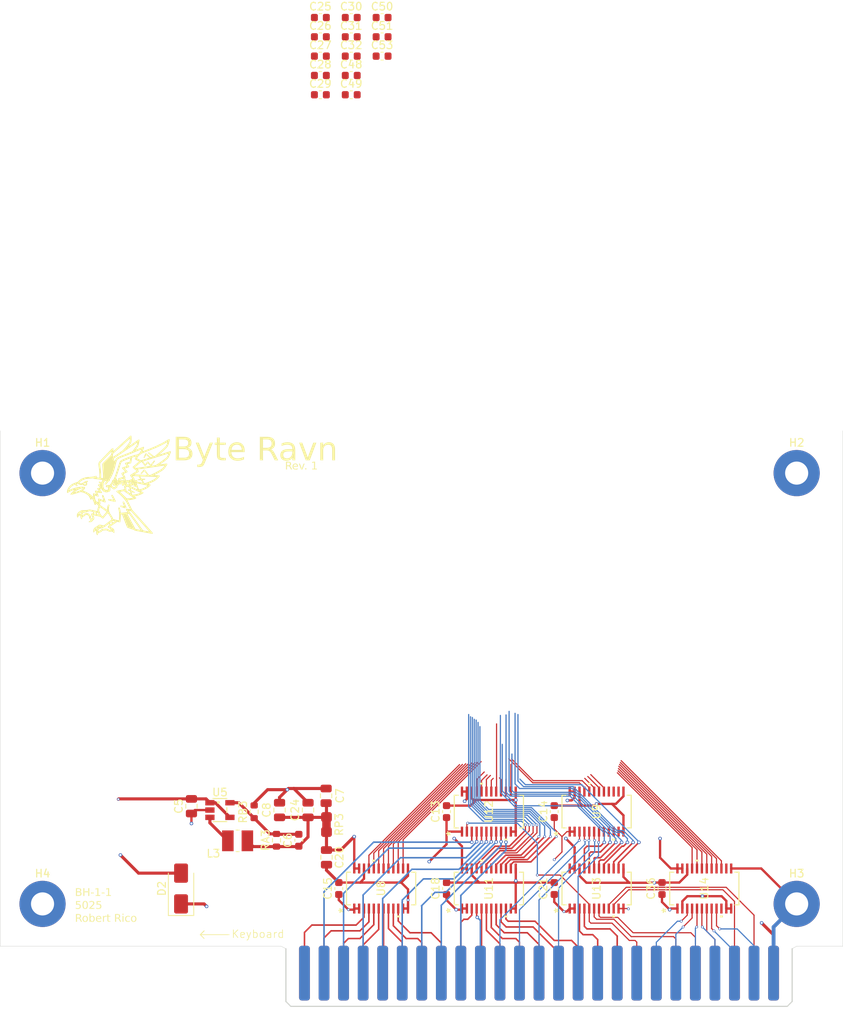
<source format=kicad_pcb>
(kicad_pcb (version 20241229) (generator "pcbnew") (generator_version "9.0")
  (layers (0 "F.Cu" signal) (4 "In1.Cu" signal) (6 "In2.Cu" signal) (2 "B.Cu" signal) (13 "F.Paste" user) (15 "B.Paste" user) (5 "F.SilkS" user "F.Silkscreen") (7 "B.SilkS" user "B.Silkscreen") (1 "F.Mask" user) (3 "B.Mask" user) (25 "Edge.Cuts" user))
  (net 0 "")
  (net 1 "GND")
  (net 2 "CARD5V")
  (net 3 "D2_5V")
  (net 4 "A8_5V")
  (net 5 "A7_5V")
  (net 6 "CARD-12V")
  (net 7 "D0_5V")
  (net 8 "A5_5V")
  (net 9 "~{I{slash}O_STROBE}_5V")
  (net 10 "DMA_OUT_5V")
  (net 12 "~{INH}_5V")
  (net 13 "7M_5V")
  (net 14 "A2_5V")
  (net 15 "A14_5V")
  (net 16 "A10_5V")
  (net 17 "~{RES}_5V")
  (net 18 "D1_5V")
  (net 19 "A4_5V")
  (net 20 "R{slash}~{W}_5V")
  (net 21 "RDY_5V")
  (net 22 "Q3_5V")
  (net 23 "A12_5V")
  (net 24 "A6_5V")
  (net 25 "~{NMI}_5V")
  (net 26 "D7_5V")
  (net 27 "~{I{slash}O_SELECT}_5V")
  (net 28 "CARD12V")
  (net 29 "DMA_IN_5V")
  (net 30 "A13_5V")
  (net 31 "INT_IN_5V")
  (net 32 "PHI0_5V")
  (net 33 "CARD-5V")
  (net 34 "PHI1_5V")
  (net 35 "A1_5V")
  (net 36 "~{DEVICE_SELECT}_5V")
  (net 37 "D5_5V")
  (net 38 "A15_5V")
  (net 39 "A11_5V")
  (net 40 "D6_5V")
  (net 41 "A3_5V")
  (net 42 "D4_5V")
  (net 43 "A9_5V")
  (net 44 "INT_OUT_5V")
  (net 45 "A0_5V")
  (net 47 "D3_5V")
  (net 48 "+5V")
  (net 49 "/power/P3V3")
  (net 50 "/power/FB3")
  (net 51 "+3V3")
  (net 52 "/power/L3")
  (net 53 "D7_3V3")
  (net 54 "~{I{slash}O_STROBE}_3V3")
  (net 55 "A1_3V3")
  (net 56 "~{DEVICE_SELECT}_3V3")
  (net 57 "A15_3V3")
  (net 58 "~{RES}_3V3")
  (net 59 "D5_3V3")
  (net 60 "~{NMI}_3V3")
  (net 61 "D3_3V3")
  (net 62 "A10_3V3")
  (net 63 "INT_IN_3V3")
  (net 64 "A2_3V3")
  (net 65 "A5_3V3")
  (net 66 "DMA_OUT_3V3")
  (net 67 "A0_3V3")
  (net 68 "A13_3V3")
  (net 69 "RDY_3V3")
  (net 70 "PHI1_3V3")
  (net 71 "~{INH}_3V3")
  (net 72 "A14_3V3")
  (net 73 "D1_3V3")
  (net 74 "A4_3V3")
  (net 75 "R{slash}~{W}_3V3")
  (net 76 "D6_3V3")
  (net 77 "PHI0_3V3")
  (net 78 "D4_3V3")
  (net 79 "A3_3V3")
  (net 80 "A9_3V3")
  (net 81 "A6_3V3")
  (net 82 "D2_3V3")
  (net 83 "7M_3V3")
  (net 84 "A11_3V3")
  (net 85 "A12_3V3")
  (net 86 "A8_3V3")
  (net 87 "INT_OUT_3V3")
  (net 88 "~{I{slash}O_SELECT}_3V3")
  (net 89 "Q3_3V3")
  (net 90 "D0_3V3")
  (net 91 "DMA_IN_3V3")
  (net 92 "A7_3V3")
  (net 95 "~{IRQ}_5V")
  (net 96 "~{DMA}_5V")
  (net 97 "~{DMA}_3V3")
  (net 98 "~{IRQ}_3V3")
  (net 99 "µSync_5V")
  (net 100 "µSync_3V3")
  (net 109 "+1V1")
  (net 110 "+2V5")
  (footprint "Capacitor_SMD:C_0603_1608Metric" (layer "F.Cu") (at 209.115 3.29)
    (property "Reference" "C31")
    (property "Value" "22nF")
  )
  (footprint "Resistor_SMD:R_0603_1608Metric" (layer "F.Cu") (at 196.5 104.025 -90)
    (property "Reference" "RB3")
    (property "Value" "3.3k" (hide yes))
  )
  (footprint "MountingHole:MountingHole_3mm_Pad" (layer "F.Cu") (at 267 60)
    (property "Reference" "H2")
    (property "Value" "MountingHole_Pad" (hide yes))
  )
  (footprint "Resistor_SMD:R_0603_1608Metric" (layer "F.Cu") (at 199.4 107.725 90)
    (property "Reference" "RA3")
    (property "Value" "15k" (hide yes))
  )
  (footprint "Capacitor_SMD:C_0603_1608Metric" (layer "F.Cu") (at 209.115 8.31)
    (property "Reference" "C48")
    (property "Value" "22nF")
  )
  (footprint "footprints:DBQ24-L" (layer "F.Cu") (at 241 104 90)
    (property "Reference" "U9")
    (property "Value" "SN74LVC8T245" (hide yes))
  )
  (footprint "Capacitor_SMD:C_0603_1608Metric" (layer "F.Cu") (at 235.5 104 90)
    (property "Reference" "C14")
    (property "Value" "22nF" (hide yes))
  )
  (footprint "PCM_MA_Connector_AppleII:Peripheral_Bus_Edge" (layer "F.Cu") (at 233.52 125)
    (property "Reference" "J3")
    (property "Value" "Bus_Apple_II_Card_Side")
    (fp_line (start -32.893 3.683) (end -32.893 -3.175) (stroke (width 0.15)) (layer "Edge.Cuts"))
    (fp_line (start -32.258 4.318) (end -32.893 3.683) (stroke (width 0.15)) (layer "Edge.Cuts"))
    (fp_line (start 32.258 4.318) (end -32.258 4.318) (stroke (width 0.15)) (layer "Edge.Cuts"))
    (fp_line (start 32.258 4.318) (end 32.893 3.683) (stroke (width 0.15)) (layer "Edge.Cuts"))
    (fp_line (start 32.893 -3.175) (end 32.893 3.683) (stroke (width 0.15)) (layer "Edge.Cuts"))
  )
  (footprint "Capacitor_SMD:C_0603_1608Metric" (layer "F.Cu") (at 235.5 114 90)
    (property "Reference" "C21")
    (property "Value" "22nF" (hide yes))
  )
  (footprint "LOGO" (layer "F.Cu") (at 178.915809 61.665809)
    (property "Reference" "G***")
    (property "Value" "LOGO" (hide yes))
  )
  (footprint "Capacitor_SMD:C_0603_1608Metric" (layer "F.Cu") (at 202.3 107.725 90)
    (property "Reference" "C6")
    (property "Value" "100pF" (hide yes))
  )
  (footprint "footprints:DBQ24-L" (layer "F.Cu") (at 227 104 90)
    (property "Reference" "U12")
    (property "Value" "SN74LVC8T245" (hide yes))
  )
  (footprint "MountingHole:MountingHole_3mm_Pad" (layer "F.Cu") (at 169 60)
    (property "Reference" "H1")
    (property "Value" "MountingHole_Pad" (hide yes))
  )
  (footprint "MountingHole:MountingHole_3mm_Pad" (layer "F.Cu") (at 267 116)
    (property "Reference" "H3")
    (property "Value" "MountingHole_Pad" (hide yes))
  )
  (footprint "Capacitor_SMD:C_0603_1608Metric" (layer "F.Cu") (at 209.115 0.78)
    (property "Reference" "C30")
    (property "Value" "22nF")
  )
  (footprint "Capacitor_SMD:C_0805_2012Metric" (layer "F.Cu") (at 205.9 109.95 -90)
    (property "Reference" "C20")
    (property "Value" "2.2uF" (hide yes))
  )
  (footprint "Capacitor_SMD:C_0805_2012Metric" (layer "F.Cu") (at 199.8 103.8 90)
    (property "Reference" "C8")
    (property "Value" "22uF" (hide yes))
  )
  (footprint "footprints:DBQ24-L" (layer "F.Cu") (at 213 114 90)
    (property "Reference" "U8")
    (property "Value" "SN74LVC8T245" (hide yes))
  )
  (footprint "jumper:R_0805_2012Metric_Pad1.29x1.40mm_HandSolder_Jumper_NC" (layer "F.Cu") (at 205.9 105.6825 -90)
    (property "Reference" "RP3")
    (property "Value" "0" (hide yes))
  )
  (footprint "Capacitor_SMD:C_0603_1608Metric" (layer "F.Cu") (at 205.105 10.82)
    (property "Reference" "C29")
    (property "Value" "22nF")
  )
  (footprint "Capacitor_SMD:C_0603_1608Metric" (layer "F.Cu") (at 205.105 5.8)
    (property "Reference" "C27")
    (property "Value" "22nF")
  )
  (footprint "Capacitor_SMD:C_0603_1608Metric" (layer "F.Cu") (at 221.5 114 90)
    (property "Reference" "C18")
    (property "Value" "22nF" (hide yes))
  )
  (footprint "Capacitor_SMD:C_0603_1608Metric" (layer "F.Cu") (at 205.105 0.78)
    (property "Reference" "C25")
    (property "Value" "22nF")
  )
  (footprint "Capacitor_SMD:C_0603_1608Metric" (layer "F.Cu") (at 213.125 0.78)
    (property "Reference" "C50")
    (property "Value" "22nF")
  )
  (footprint "Capacitor_SMD:C_0805_2012Metric" (layer "F.Cu") (at 203.5 103.8 90)
    (property "Reference" "C24")
    (property "Value" "2.2uF" (hide yes))
  )
  (footprint "Capacitor_SMD:C_0805_2012Metric" (layer "F.Cu") (at 205.85 101.95 90)
    (property "Reference" "C7")
    (property "Value" "22uF" (hide yes))
  )
  (footprint "Capacitor_SMD:C_0805_2012Metric" (layer "F.Cu") (at 188.35 103.3 -90)
    (property "Reference" "C5")
    (property "Value" "22uF" (hide yes))
  )
  (footprint "Capacitor_SMD:C_0603_1608Metric" (layer "F.Cu") (at 221.5 104 90)
    (property "Reference" "C13")
    (property "Value" "22nF" (hide yes))
  )
  (footprint "Capacitor_SMD:C_0603_1608Metric" (layer "F.Cu") (at 209.115 10.82)
    (property "Reference" "C49")
    (property "Value" "22nF")
  )
  (footprint "footprints:DBQ24-L" (layer "F.Cu") (at 255 114 90)
    (property "Reference" "U14")
    (property "Value" "SN74LVC8T245" (hide yes))
  )
  (footprint "Capacitor_SMD:C_0603_1608Metric" (layer "F.Cu") (at 205.105 3.29)
    (property "Reference" "C26")
    (property "Value" "22nF")
  )
  (footprint "MountingHole:MountingHole_3mm_Pad" (layer "F.Cu") (at 169 116)
    (property "Reference" "H4")
    (property "Value" "MountingHole_Pad" (hide yes))
  )
  (footprint "Capacitor_SMD:C_0603_1608Metric" (layer "F.Cu") (at 209.115 5.8)
    (property "Reference" "C32")
    (property "Value" "22nF")
  )
  (footprint "Capacitor_SMD:C_0603_1608Metric" (layer "F.Cu") (at 213.125 3.29)
    (property "Reference" "C51")
    (property "Value" "22nF")
  )
  (footprint "Capacitor_SMD:C_0603_1608Metric" (layer "F.Cu") (at 249.5 114 90)
    (property "Reference" "C36")
    (property "Value" "22nF" (hide yes))
  )
  (footprint "Capacitor_SMD:C_0603_1608Metric" (layer "F.Cu") (at 213.125 5.8)
    (property "Reference" "C53")
    (property "Value" "22nF")
  )
  (footprint "Capacitor_SMD:C_0603_1608Metric" (layer "F.Cu") (at 205.105 8.31)
    (property "Reference" "C28")
    (property "Value" "22nF")
  )
  (footprint "footprints:DBQ24-L" (layer "F.Cu") (at 227 114 90)
    (property "Reference" "U11")
    (property "Value" "SN74LVC8T245" (hide yes))
  )
  (footprint "Capacitor_SMD:C_0603_1608Metric" (layer "F.Cu") (at 207.5 114 90)
    (property "Reference" "C15")
    (property "Value" "22nF" (hide yes))
  )
  (footprint "Diode_SMD:D_SMA" (layer "F.Cu") (at 187 114 90)
    (property "Reference" "D2")
    (property "Value" "STPS2L40AF" (hide yes))
  )
  (footprint "TSOT-25:TSOT-25" (layer "F.Cu") (at 192.05 103.8 -90)
    (property "Reference" "U5")
    (property "Value" "TLV62569DBV" (hide yes))
  )
  (footprint "footprints:DBQ24-L" (layer "F.Cu") (at 241 114 90)
    (property "Reference" "U13")
    (property "Value" "SN74LVC8T245" (hide yes))
  )
  (footprint "L_1008_1210:L_1008_1210" (layer "F.Cu") (at 194.35 107.8)
    (property "Reference" "L3")
    (property "Value" "2.2uH" (hide yes))
  )
  (gr_line (start 193.25 120) (end 189.5 120) (stroke (width 0.1)) (layer "F.SilkS"))
  (gr_line (start 189.5 120) (end 190 120.5) (stroke (width 0.1)) (layer "F.SilkS"))
  (gr_line (start 190 119.5) (end 189.5 120) (stroke (width 0.1)) (layer "F.SilkS"))
  (gr_line (start 189.5 120) (end 190 119.5) (stroke (width 0.1)) (layer "F.SilkS"))
  (gr_line (start 200.627 121.825) (end 200 121.5) (stroke (width 0.05)) (layer "Edge.Cuts"))
  (gr_line (start 266.413 121.825) (end 267 121.5) (stroke (width 0.05)) (layer "Edge.Cuts"))
  (gr_line (start 267 121.5) (end 273 121.5) (stroke (width 0.05)) (layer "Edge.Cuts"))
  (gr_line (start 163.5 121.5) (end 200 121.5) (stroke (width 0.05)) (layer "Edge.Cuts"))
  (gr_line (start 273 54.5) (end 273 121.5) (stroke (width 0.05)) (layer "Edge.Cuts"))
  (gr_line (start 163.496795 121.5) (end 163.496795 54.5) (stroke (width 0.05)) (layer "Edge.Cuts"))
  (gr_text "Keyboard" (at 193.5 120.5 0) (layer "F.SilkS") (effects (font (size 1 1) (thickness 0.1)) (justify left bottom)))
  (gr_text "Byte Ravn" (at 185.9 58.85 0) (layer "F.SilkS") (effects (font (size 3 3) (thickness 0.1)) (justify left bottom)))
  (gr_text "BH-1-1\n5025\nRobert Rico" (at 173.207005 118.5 0) (layer "F.SilkS") (effects (font (size 1 1) (thickness 0.1)) (justify left bottom)))
  (gr_text "Rev. 1" (at 200.5 59.7 0) (layer "F.SilkS") (effects (font (size 1 1) (thickness 0.1)) (justify left bottom)))
  (segment (start 224.7775 101.3965) (end 224.7775 102.2775) (width 0.3) (layer "F.Cu") (net 1))
  (segment (start 224.7775 112.2525) (end 225.75 113.225) (width 0.3) (layer "F.Cu") (net 1))
  (segment (start 244.4925 112.4925) (end 245.25 113.25) (width 0.3) (layer "F.Cu") (net 1))
  (segment (start 205.9 111.625) (end 207.5 113.225) (width 0.4) (layer "F.Cu") (net 1))
  (segment (start 224.7775 102.2775) (end 225 102.5) (width 0.3) (layer "F.Cu") (net 1))
  (segment (start 230.725 113.225) (end 235.5 113.225) (width 0.3) (layer "F.Cu") (net 1))
  (segment (start 252.7775 112.1967) (end 252.7775 111.3965) (width 0.3) (layer "F.Cu") (net 1))
  (segment (start 215.6117 113.225) (end 216.5 114.1133) (width 0.3) (layer "F.Cu") (net 1))
  (segment (start 199.8 102.15) (end 200.8 101.15) (width 0.4) (layer "F.Cu") (net 1))
  (segment (start 248.525 113.225) (end 248.5 113.25) (width 0.3) (layer "F.Cu") (net 1))
  (segment (start 210.7775 112.7225) (end 210.7775 111.3965) (width 0.3) (layer "F.Cu") (net 1))
  (segment (start 221.5 113.225) (end 225.75 113.225) (width 0.3) (layer "F.Cu") (net 1))
  (segment (start 200.8 101.15) (end 198.25 101.15) (width 0.4) (layer "F.Cu") (net 1))
  (segment (start 210.275 113.225) (end 210.7775 112.7225) (width 0.3) (layer "F.Cu") (net 1))
  (segment (start 215.6117 113.225) (end 210.275 113.225) (width 0.3) (layer "F.Cu") (net 1))
  (segment (start 244.4925 111.3965) (end 244.4925 112.4925) (width 0.3) (layer "F.Cu") (net 1))
  (segment (start 244.4925 116.6035) (end 245.096985 116.6035) (width 0.1525) (layer "F.Cu") (net 1))
  (segment (start 188.35 104.25) (end 188.35 105.55) (width 0.3) (layer "F.Cu") (net 1))
  (segment (start 252.7983 115) (end 252.1425 115.6558) (width 0.3) (layer "F.Cu") (net 1))
  (segment (start 238.7775 101.3965) (end 238.7775 102.8025) (width 0.3) (layer "F.Cu") (net 1))
  (segment (start 190.75 103.8) (end 188.8 103.8) (width 0.3) (layer "F.Cu") (net 1))
  (segment (start 249.5 113.225) (end 248.525 113.225) (width 0.3) (layer "F.Cu") (net 1))
  (segment (start 230.4925 106.6035) (end 230.4925 102.5075) (width 0.3) (layer "F.Cu") (net 1))
  (segment (start 224.6457 103.225) (end 225.3782 102.4925) (width 0.3) (layer "F.Cu") (net 1))
  (segment (start 229.8575 106.6035) (end 230.4925 106.6035) (width 0.3) (layer "F.Cu") (net 1))
  (segment (start 245.25 113.25) (end 248.5 113.25) (width 0.3) (layer "F.Cu") (net 1))
  (segment (start 257.8575 115.6075) (end 257.25 115) (width 0.3) (layer "F.Cu") (net 1))
  (segment (start 262.3965 111.3965) (end 267 116) (width 0.3) (layer "F.Cu") (net 1))
  (segment (start 244.4925 102.0075) (end 243.5 103) (width 0.3) (layer "F.Cu") (net 1))
  (segment (start 243 103) (end 241 103) (width 0.3) (layer "F.Cu") (net 1))
  (segment (start 238.7775 102.8025) (end 239.2 103.225) (width 0.3) (layer "F.Cu") (net 1))
  (segment (start 203.5 102.85) (end 201.65 101) (width 0.4) (layer "F.Cu") (net 1))
  (segment (start 238.7775 101.3965) (end 238.7775 101.8918) (width 0.2) (layer "F.Cu") (net 1))
  (segment (start 230.4925 102.4925) (end 230.5 102.5) (width 0.2) (layer "F.Cu") (net 1))
  (segment (start 205.9 110.9) (end 205.9 111.625) (width 0.4) (layer "F.Cu") (net 1))
  (segment (start 243.8575 106.6035) (end 244.4925 106.6035) (width 0.2) (layer "F.Cu") (net 1))
  (segment (start 249.5 113.225) (end 251.7492 113.225) (width 0.3) (layer "F.Cu") (net 1))
  (segment (start 221.5 103.225) (end 224.6457 103.225) (width 0.3) (layer "F.Cu") (net 1))
  (segment (start 230.4925 113.0075) (end 230.5 113) (width 0.3) (layer "F.Cu") (net 1))
  (segment (start 239.2 103.225) (end 240.775 103.225) (width 0.3) (layer "F.Cu") (net 1))
  (segment (start 257.25 115) (end 254.75 115) (width 0.3) (layer "F.Cu") (net 1))
  (segment (start 244.4925 104.4925) (end 243 103) (width 0.3) (layer "F.Cu") (net 1))
  (segment (start 196.5 102.9) (end 196.5 103.2) (width 0.4) (layer "F.Cu") (net 1))
  (segment (start 238.7775 111.3965) (end 238.7775 112.3442) (width 0.3) (layer "F.Cu") (net 1))
  (segment (start 225.0075 102.4925) (end 225.3782 102.4925) (width 0.3) (layer "F.Cu") (net 1))
  (segment (start 230.4925 102.5075) (end 230.5 102.5) (width 0.2) (layer "F.Cu") (net 1))
  (segment (start 257.8575 116.6035) (end 257.8575 115.6075) (width 0.3) (layer "F.Cu") (net 1))
  (segment (start 243.5 103) (end 243 103) (width 0.3) (layer "F.Cu") (net 1))
  (segment (start 215.8575 116.6035) (end 216.4925 116.6035) (width 0.3) (layer "F.Cu") (net 1))
  (segment (start 216.5 114.1133) (end 216.5 115.5) (width 0.3) (layer "F.Cu") (net 1))
  (segment (start 244.4925 101.3965) (end 244.4925 102.0075) (width 0.2) (layer "F.Cu") (net 1))
  (segment (start 240.775 103.225) (end 241 103) (width 0.3) (layer "F.Cu") (net 1))
  (segment (start 200.95 101) (end 200.8 101.15) (width 0.4) (layer "F.Cu") (net 1))
  (segment (start 238.7775 112.3442) (end 239.6833 113.25) (width 0.3) (layer "F.Cu") (net 1))
  (segment (start 235.5 103.225) (end 239.2 103.225) (width 0.3) (layer "F.Cu") (net 1))
  (segment (start 243.8575 116.6035) (end 244.4925 116.6035) (width 0.2) (layer "F.Cu") (net 1))
  (segment (start 198.25 101.15) (end 196.5 102.9) (width 0.4) (layer "F.Cu") (net 1))
  (segment (start 230.4925 116.6035) (end 230.4925 113.0075) (width 0.3) (layer "F.Cu") (net 1))
  (segment (start 199.8 102.85) (end 199.8 102.15) (width 0.4) (layer "F.Cu") (net 1))
  (segment (start 230.5 113) (end 230.725 113.225) (width 0.3) (layer "F.Cu") (net 1))
  (segment (start 229.8575 116.6035) (end 230.4925 116.6035) (width 0.3) (layer "F.Cu") (net 1))
  (segment (start 225.3782 102.4925) (end 230.4925 102.4925) (width 0.3) (layer "F.Cu") (net 1))
  (segment (start 244.4925 106.6035) (end 244.4925 104.4925) (width 0.3) (layer "F.Cu") (net 1))
  (segment (start 252.1425 115.6558) (end 252.1425 116.6035) (width 0.3) (layer "F.Cu") (net 1))
  (segment (start 207.5 113.225) (end 210.275 113.225) (width 0.3) (layer "F.Cu") (net 1))
  (segment (start 224.7775 101.3965) (end 224.7775 101.8918) (width 0.2) (layer "F.Cu") (net 1))
  (segment (start 216.5 116.596) (end 216.4925 116.6035) (width 0.3) (layer "F.Cu") (net 1))
  (segment (start 251.7492 113.225) (end 252.7775 112.1967) (width 0.3) (layer "F.Cu") (net 1))
  (segment (start 239.6833 113.25) (end 245.25 113.25) (width 0.3) (layer "F.Cu") (net 1))
  (segment (start 225 102.5) (end 225.0075 102.4925) (width 0.3) (layer "F.Cu") (net 1))
  (segment (start 258.4925 116.6035) (end 257.8575 116.6035) (width 0.3) (layer "F.Cu") (net 1))
  (segment (start 254.75 115) (end 252.7983 115) (width 0.3) (layer "F.Cu") (net 1))
  (segment (start 188.8 103.8) (end 188.35 104.25) (width 0.3) (layer "F.Cu") (net 1))
  (segment (start 201.65 101) (end 200.95 101) (width 0.4) (layer "F.Cu") (net 1))
  (segment (start 230.5 113) (end 230.5 111.404) (width 0.3) (layer "F.Cu") (net 1))
  (segment (start 216.5 115.5) (end 216.5 116.596) (width 0.3) (layer "F.Cu") (net 1))
  (segment (start 245.096985 116.6035) (end 245.137002 116.643517) (width 0.1525) (layer "F.Cu") (net 1))
  (segment (start 230.5 111.404) (end 230.4925 111.3965) (width 0.3) (layer "F.Cu") (net 1))
  (segment (start 224.7775 111.3965) (end 224.7775 112.2525) (width 0.3) (layer "F.Cu") (net 1))
  (segment (start 230.275 113.225) (end 230.5 113) (width 0.3) (layer "F.Cu") (net 1))
  (segment (start 205.85 101) (end 201.65 101) (width 0.4) (layer "F.Cu") (net 1))
  (segment (start 216.4925 111.3965) (end 216.4925 112.3442) (width 0.3) (layer "F.Cu") (net 1))
  (segment (start 230.4925 101.3965) (end 230.4925 102.4925) (width 0.3) (layer "F.Cu") (net 1))
  (segment (start 216.4925 112.3442) (end 215.6117 113.225) (width 0.3) (layer "F.Cu") (net 1))
  (segment (start 258.4925 111.3965) (end 262.3965 111.3965) (width 0.3) (layer "F.Cu") (net 1))
  (segment (start 225.75 113.225) (end 230.275 113.225) (width 0.3) (layer "F.Cu") (net 1))
  (via (at 188.35 105.55) (size 0.454) (drill 0.254) (layers "F.Cu" "B.Cu") (net 1))
  (via (at 216.5 115.5) (size 0.35) (drill 0.2) (layers "F.Cu" "B.Cu") (net 1))
  (via (at 200.8 101.15) (size 0.454) (drill 0.254) (layers "F.Cu" "B.Cu") (net 1))
  (via (at 230.5 113) (size 0.454) (drill 0.254) (layers "F.Cu" "B.Cu") (net 1))
  (via (at 254.75 115) (size 0.454) (drill 0.254) (layers "F.Cu" "B.Cu") (net 1))
  (via (at 230.5 102.5) (size 0.454) (drill 0.254) (layers "F.Cu" "B.Cu") (net 1))
  (via (at 248.5 113.25) (size 0.454) (drill 0.254) (layers "F.Cu" "B.Cu") (net 1))
  (via (at 245.137002 116.643517) (size 0.35) (drill 0.2) (layers "F.Cu" "B.Cu") (net 1))
  (via (at 241 103) (size 0.454) (drill 0.254) (layers "F.Cu" "B.Cu") (net 1))
  (segment (start 264 119) (end 267 116) (width 0.5) (layer "B.Cu") (net 1))
  (segment (start 264 125) (end 264 119) (width 0.5) (layer "B.Cu") (net 1))
  (segment (start 264 125) (end 264 120.026266) (width 0.4) (layer "F.Cu") (net 2))
  (segment (start 207.5 115.5) (end 208.75 116.75) (width 0.3) (layer "F.Cu") (net 2))
  (segment (start 235.5 106.25) (end 235.5 104.775) (width 0.1525) (layer "F.Cu") (net 2))
  (segment (start 209.361 116.75) (end 209.5075 116.6035) (width 0.2) (layer "F.Cu") (net 2))
  (segment (start 238.1425 106.6035) (end 237.5075 106.6035) (width 0.3) (layer "F.Cu") (net 2))
  (segment (start 221.5 114.775) (end 221.5 115.5) (width 0.3) (layer "F.Cu") (net 2))
  (segment (start 249.5 114.775) (end 249.5 115.75) (width 0.3) (layer "F.Cu") (net 2))
  (segment (start 222.75 116.75) (end 223.361 116.75) (width 0.3) (layer "F.Cu") (net 2))
  (segment (start 221.6465 106.6035) (end 221.5 106.75) (width 0.3) (layer "F.Cu") (net 2))
  (segment (start 224.1425 116.6035) (end 223.5075 116.6035) (width 0.3) (layer "F.Cu") (net 2))
  (segment (start 207.5 114.775) (end 207.5 115.5) (width 0.3) (layer "F.Cu") (net 2))
  (segment (start 235.5 114.775) (end 235.5 115.75) (width 0.3) (layer "F.Cu") (net 2))
  (segment (start 237.111 117) (end 237.5075 116.6035) (width 0.3) (layer "F.Cu") (net 2))
  (segment (start 223.361 116.75) (end 223.5075 116.6035) (width 0.3) (layer "F.Cu") (net 2))
  (segment (start 235.5 115.75) (end 236.75 117) (width 0.3) (layer "F.Cu") (net 2))
  (segment (start 221.5 115.5) (end 222.75 116.75) (width 0.3) (layer "F.Cu") (net 2))
  (segment (start 251.5075 116.6035) (end 250.6465 116.6035) (width 0.3) (layer "F.Cu") (net 2))
  (segment (start 236.75 117) (end 237.111 117) (width 0.3) (layer "F.Cu") (net 2))
  (segment (start 237.1465 106.6035) (end 236.5 107.25) (width 0.1525) (layer "F.Cu") (net 2))
  (segment (start 221.5 108.25) (end 219.25 110.5) (width 0.3) (layer "F.Cu") (net 2))
  (segment (start 223.5075 106.6035) (end 221.6465 106.6035) (width 0.3) (layer "F.Cu") (net 2))
  (segment (start 221.5 104.775) (end 221.5 106.75) (width 0.3) (layer "F.Cu") (net 2))
  (segment (start 250.6465 116.6035) (end 250.5 116.75) (width 0.3) (layer "F.Cu") (net 2))
  (segment (start 187 116) (end 189.992708 116) (width 0.4) (layer "F.Cu") (net 2))
  (segment (start 208.75 116.75) (end 209.361 116.75) (width 0.3) (layer "F.Cu") (net 2))
  (segment (start 236.5 107.25) (end 235.5 106.25) (width 0.1525) (layer "F.Cu") (net 2))
  (segment (start 237.5075 106.6035) (end 237.1465 106.6035) (width 0.1525) (layer "F.Cu") (net 2))
  (segment (start 189.992708 116) (end 190.318852 116.326144) (width 0.4) (layer "F.Cu") (net 2))
  (segment (start 238.1425 116.6035) (end 237.5075 116.6035) (width 0.3) (layer "F.Cu") (net 2))
  (segment (start 264 120.026266) (end 262.444377 118.470643) (width 0.4) (layer "F.Cu") (net 2))
  (segment (start 249.5 115.75) (end 250.5 116.75) (width 0.3) (layer "F.Cu") (net 2))
  (segment (start 221.5 106.75) (end 221.5 108.25) (width 0.3) (layer "F.Cu") (net 2))
  (segment (start 209.5075 116.6035) (end 210.1425 116.6035) (width 0.3) (layer "F.Cu") (net 2))
  (segment (start 236.5 109.25) (end 235.5 110.25) (width 0.1525) (layer "F.Cu") (net 2))
  (segment (start 236.5 107.25) (end 236.5 109.25) (width 0.1525) (layer "F.Cu") (net 2))
  (via (at 208.75 116.75) (size 0.35) (drill 0.2) (layers "F.Cu" "B.Cu") (net 2))
  (via (at 222.75 116.75) (size 0.454) (drill 0.254) (layers "F.Cu" "B.Cu") (net 2))
  (via (at 235.5 110.25) (size 0.35) (drill 0.2) (layers "F.Cu" "B.Cu") (net 2))
  (via (at 262.444377 118.470643) (size 0.454) (drill 0.254) (layers "F.Cu" "B.Cu") (net 2))
  (via (at 236.75 117) (size 0.35) (drill 0.2) (layers "F.Cu" "B.Cu") (net 2))
  (via (at 190.318852 116.326144) (size 0.454) (drill 0.254) (layers "F.Cu" "B.Cu") (net 2))
  (via (at 219.25 110.5) (size 0.454) (drill 0.254) (layers "F.Cu" "B.Cu") (net 2))
  (via (at 250.5 116.75) (size 0.454) (drill 0.254) (layers "F.Cu" "B.Cu") (net 2))
  (segment (start 226.0475 106.6035) (end 226.0475 107.9525) (width 0.2) (layer "F.Cu") (net 3))
  (via (at 226.0475 107.9525) (size 0.454) (drill 0.254) (layers "F.Cu" "B.Cu") (net 3))
  (segment (start 210.66 125) (end 210.66 114.84) (width 0.2) (layer "B.Cu") (net 3))
  (segment (start 224 110) (end 226.0475 107.9525) (width 0.2) (layer "B.Cu") (net 3))
  (segment (start 215.5 110) (end 224 110) (width 0.2) (layer "B.Cu") (net 3))
  (segment (start 210.66 114.84) (end 215.5 110) (width 0.2) (layer "B.Cu") (net 3))
  (segment (start 226.0475 116.6035) (end 226.0475 124.8525) (width 0.2) (layer "F.Cu") (net 4))
  (segment (start 226.0475 124.8525) (end 225.9 125) (width 0.2) (layer "F.Cu") (net 4))
  (segment (start 223.36 118.39) (end 223.36 125) (width 0.2) (layer "F.Cu") (net 5))
  (segment (start 224.7775 116.6035) (end 224.7775 117.4725) (width 0.2) (layer "F.Cu") (net 5))
  (segment (start 224.7775 117.4725) (end 224.25 118) (width 0.2) (layer "F.Cu") (net 5))
  (segment (start 224.25 118) (end 223.75 118) (width 0.2) (layer "F.Cu") (net 5))
  (segment (start 223.75 118) (end 223.36 118.39) (width 0.2) (layer "F.Cu") (net 5))
  (segment (start 224.7775 106.6035) (end 224.7775 107.9725) (width 0.2) (layer "F.Cu") (net 7))
  (via (at 224.7775 107.9725) (size 0.454) (drill 0.254) (layers "F.Cu" "B.Cu") (net 7))
  (segment (start 212.0275 107.9725) (end 205.58 114.42) (width 0.2) (layer "B.Cu") (net 7))
  (segment (start 224.7775 107.9725) (end 212.0275 107.9725) (width 0.2) (layer "B.Cu") (net 7))
  (segment (start 205.58 114.42) (end 205.58 125) (width 0.2) (layer "B.Cu") (net 7))
  (segment (start 216.25 120.5) (end 217.75 120.5) (width 0.2) (layer "F.Cu") (net 8))
  (segment (start 214.5875 118.8375) (end 216.25 120.5) (width 0.2) (layer "F.Cu") (net 8))
  (segment (start 218.28 121.03) (end 218.28 125) (width 0.2) (layer "F.Cu") (net 8))
  (segment (start 217.75 120.5) (end 218.28 121.03) (width 0.2) (layer "F.Cu") (net 8))
  (segment (start 214.5875 116.6035) (end 214.5875 118.8375) (width 0.2) (layer "F.Cu") (net 8))
  (segment (start 243.25 118) (end 245.5 120.25) (width 0.1525) (layer "F.Cu") (net 9))
  (segment (start 245.5 120.25) (end 251 120.25) (width 0.1525) (layer "F.Cu") (net 9))
  (segment (start 240.6825 116.6035) (end 240.6825 117.6825) (width 0.1525) (layer "F.Cu") (net 9))
  (segment (start 241 118) (end 243.25 118) (width 0.1525) (layer "F.Cu") (net 9))
  (segment (start 251.3 120.55) (end 251.3 125) (width 0.1525) (layer "F.Cu") (net 9))
  (segment (start 251 120.25) (end 251.3 120.55) (width 0.1525) (layer "F.Cu") (net 9))
  (segment (start 240.6825 117.6825) (end 241 118) (width 0.1525) (layer "F.Cu") (net 9))
  (segment (start 242.5875 116.1039) (end 244.84915 113.84225) (width 0.1525) (layer "F.Cu") (net 10))
  (segment (start 257.84225 113.84225) (end 260 116) (width 0.1525) (layer "F.Cu") (net 10))
  (segment (start 261.46 117.46) (end 260 116) (width 0.1525) (layer "F.Cu") (net 10))
  (segment (start 244.84915 113.84225) (end 257.84225 113.84225) (width 0.1525) (layer "F.Cu") (net 10))
  (segment (start 242.5875 116.6035) (end 242.5875 116.1039) (width 0.1525) (layer "F.Cu") (net 10))
  (segment (start 261.46 125) (end 261.46 117.46) (width 0.1525) (layer "F.Cu") (net 10))
  (segment (start 252.7775 116.6035) (end 252.7775 117.4725) (width 0.1525) (layer "F.Cu") (net 12))
  (segment (start 252.7775 117.4725) (end 252 118.25) (width 0.1525) (layer "F.Cu") (net 12))
  (via (at 252 118.25) (size 0.35) (drill 0.2) (layers "F.Cu" "B.Cu") (net 12))
  (segment (start 250.25 119.5) (end 251.5 118.25) (width 0.1525) (layer "B.Cu") (net 12))
  (segment (start 251.5 118.25) (end 252 118.25) (width 0.1525) (layer "B.Cu") (net 12))
  (segment (start 248.76 120.99) (end 250.25 119.5) (width 0.1525) (layer "B.Cu") (net 12))
  (segment (start 248.76 125) (end 248.76 120.99) (width 0.1525) (layer "B.Cu") (net 12))
  (segment (start 241.3175 106.6035) (end 241.3175 107.9325) (width 0.1525) (layer "F.Cu") (net 13))
  (segment (start 241.3175 107.9325) (end 241.25 108) (width 0.1525) (layer "F.Cu") (net 13))
  (via (at 241.25 108) (size 0.35) (drill 0.2) (layers "F.Cu" "B.Cu") (net 13))
  (segment (start 239 112) (end 241.25 109.75) (width 0.1525) (layer "B.Cu") (net 13))
  (segment (start 241.25 109.75) (end 241.25 108) (width 0.1525) (layer "B.Cu") (net 13))
  (segment (start 238.6 125) (end 238.6 112.4) (width 0.1525) (layer "B.Cu") (net 13))
  (segment (start 238.6 112.4) (end 239 112) (width 0.1525) (layer "B.Cu") (net 13))
  (segment (start 212.6825 119.3175) (end 210.66 121.34) (width 0.2) (layer "F.Cu") (net 14))
  (segment (start 212.6825 116.6035) (end 212.6825 119.3175) (width 0.2) (layer "F.Cu") (net 14))
  (segment (start 210.66 121.34) (end 210.66 125) (width 0.2) (layer "F.Cu") (net 14))
  (segment (start 238.7775 119.5275) (end 239.25 120) (width 0.2) (layer "F.Cu") (net 15))
  (segment (start 240.5 120) (end 241.14 120.64) (width 0.2) (layer "F.Cu") (net 15))
  (segment (start 239.25 120) (end 240.5 120) (width 0.2) (layer "F.Cu") (net 15))
  (segment (start 241.14 120.64) (end 241.14 125) (width 0.2) (layer "F.Cu") (net 15))
  (segment (start 238.7775 116.6035) (end 238.7775 119.5275) (width 0.2) (layer "F.Cu") (net 15))
  (segment (start 227.3175 119.0675) (end 228.75 120.5) (width 0.2) (layer "F.Cu") (net 16))
  (segment (start 228.75 120.5) (end 230.5 120.5) (width 0.2) (layer "F.Cu") (net 16))
  (segment (start 230.98 120.98) (end 230.98 125) (width 0.2) (layer "F.Cu") (net 16))
  (segment (start 227.3175 116.6035) (end 227.3175 119.0675) (width 0.2) (layer "F.Cu") (net 16))
  (segment (start 230.5 120.5) (end 230.98 120.98) (width 0.2) (layer "F.Cu") (net 16))
  (segment (start 253.4125 116.6035) (end 253.4125 117.8375) (width 0.1525) (layer "F.Cu") (net 17))
  (segment (start 253.4125 117.8375) (end 252.25 119) (width 0.1525) (layer "F.Cu") (net 17))
  (via (at 252.25 119) (size 0.35) (drill 0.2) (layers "F.Cu" "B.Cu") (net 17))
  (segment (start 251.3 125) (end 251.3 119.95) (width 0.1525) (layer "B.Cu") (net 17))
  (segment (start 251.3 119.95) (end 252.25 119) (width 0.1525) (layer "B.Cu") (net 17))
  (segment (start 225.4125 106.6035) (end 225.4125 107.9125) (width 0.2) (layer "F.Cu") (net 18))
  (via (at 225.4125 107.9125) (size 0.454) (drill 0.254) (layers "F.Cu" "B.Cu") (net 18))
  (segment (start 224.605284 108.75) (end 225.4125 107.942784) (width 0.2) (layer "B.Cu") (net 18))
  (segment (start 214 108.75) (end 224.605284 108.75) (width 0.2) (layer "B.Cu") (net 18))
  (segment (start 225.4125 107.942784) (end 225.4125 107.9125) (width 0.2) (layer "B.Cu") (net 18))
  (segment (start 208.12 125) (end 208.12 114.63) (width 0.2) (layer "B.Cu") (net 18))
  (segment (start 208.12 114.63) (end 214 108.75) (width 0.2) (layer "B.Cu") (net 18))
  (segment (start 213.9525 119.2025) (end 215.74 120.99) (width 0.2) (layer "F.Cu") (net 19))
  (segment (start 213.9525 116.6035) (end 213.9525 119.2025) (width 0.2) (layer "F.Cu") (net 19))
  (segment (start 215.74 120.99) (end 215.74 125) (width 0.2) (layer "F.Cu") (net 19))
  (segment (start 240.0475 116.0475) (end 236.25 112.25) (width 0.1525) (layer "F.Cu") (net 20))
  (segment (start 246 120.75) (end 246.22 120.97) (width 0.1525) (layer "F.Cu") (net 20))
  (segment (start 246.22 120.97) (end 246.22 125) (width 0.1525) (layer "F.Cu") (net 20))
  (segment (start 240.0475 116.6035) (end 240.0475 118.2975) (width 0.1525) (layer "F.Cu") (net 20))
  (segment (start 240.0475 116.6035) (end 240.0475 116.0475) (width 0.1525) (layer "F.Cu") (net 20))
  (segment (start 245.25 120.75) (end 246 120.75) (width 0.1525) (layer "F.Cu") (net 20))
  (segment (start 233.75 112.25) (end 233.3 112.25) (width 0.153) (layer "F.Cu") (net 20))
  (segment (start 224.1425 106.6035) (end 224.1425 105.6075) (width 0.1525) (layer "F.Cu") (net 20))
  (segment (start 243 118.5) (end 245.25 120.75) (width 0.1525) (layer "F.Cu") (net 20))
  (segment (start 236.25 112.25) (end 233.75 112.25) (width 0.1525) (layer "F.Cu") (net 20))
  (segment (start 240.0475 118.2975) (end 240.25 118.5) (width 0.1525) (layer "F.Cu") (net 20))
  (segment (start 240.25 118.5) (end 243 118.5) (width 0.1525) (layer "F.Cu") (net 20))
  (segment (start 224.1425 105.6075) (end 224.25 105.5) (width 0.1525) (layer "F.Cu") (net 20))
  (via (at 224.25 105.5) (size 0.35) (drill 0.2) (layers "F.Cu" "B.Cu") (net 20))
  (via (at 233.3 112.25) (size 0.35) (drill 0.2) (layers "F.Cu" "B.Cu") (net 20))
  (segment (start 233.3 112.25) (end 233.3 108.1) (width 0.153) (layer "B.Cu") (net 20))
  (segment (start 224.25 105.5) (end 230.7 105.5) (width 0.153) (layer "B.Cu") (net 20))
  (segment (start 233 107.8) (end 233.3 108.1) (width 0.153) (layer "B.Cu") (net 20))
  (segment (start 233 107.8) (end 230.7 105.5) (width 0.1525) (layer "B.Cu") (net 20))
  (segment (start 241.3175 116.6035) (end 241.3175 117.5675) (width 0.1525) (layer "F.Cu") (net 21))
  (segment (start 243.75 117.75) (end 245.75 119.75) (width 0.1525) (layer "F.Cu") (net 21))
  (segment (start 253.84 120.34) (end 253.84 125) (width 0.1525) (layer "F.Cu") (net 21))
  (segment (start 241.5 117.75) (end 243.75 117.75) (width 0.1525) (layer "F.Cu") (net 21))
  (segment (start 253.25 119.75) (end 253.84 120.34) (width 0.1525) (layer "F.Cu") (net 21))
  (segment (start 245.75 119.75) (end 253.25 119.75) (width 0.1525) (layer "F.Cu") (net 21))
  (segment (start 241.3175 117.5675) (end 241.5 117.75) (width 0.1525) (layer "F.Cu") (net 21))
  (segment (start 240.6825 107.6825) (end 240.75 107.75) (width 0.1525) (layer "F.Cu") (net 22))
  (segment (start 240.6825 106.6035) (end 240.6825 107.6825) (width 0.1525) (layer "F.Cu") (net 22))
  (via (at 240.75 107.75) (size 0.35) (drill 0.2) (layers "F.Cu" "B.Cu") (net 22))
  (segment (start 236.06 113.94) (end 236.75 113.25) (width 0.1525) (layer "B.Cu") (net 22))
  (segment (start 236.75 113.25) (end 240.75 109.25) (width 0.1525) (layer "B.Cu") (net 22))
  (segment (start 236.06 125) (end 236.06 113.94) (width 0.1525) (layer "B.Cu") (net 22))
  (segment (start 240.75 109.25) (end 240.75 107.75) (width 0.1525) (layer "B.Cu") (net 22))
  (segment (start 229.25 119) (end 232.75 119) (width 0.2) (layer "F.Cu") (net 23))
  (segment (start 232.75 119) (end 236.06 122.31) (width 0.2) (layer "F.Cu") (net 23))
  (segment (start 228.5875 116.6035) (end 228.5875 118.3375) (width 0.2) (layer "F.Cu") (net 23))
  (segment (start 228.5875 118.3375) (end 229.25 119) (width 0.2) (layer "F.Cu") (net 23))
  (segment (start 236.06 122.31) (end 236.06 125) (width 0.2) (layer "F.Cu") (net 23))
  (segment (start 215.2225 116.6035) (end 215.2225 118.2225) (width 0.2) (layer "F.Cu") (net 24))
  (segment (start 220.82 121.07) (end 220.82 125) (width 0.2) (layer "F.Cu") (net 24))
  (segment (start 215.2225 118.2225) (end 216.75 119.75) (width 0.2) (layer "F.Cu") (net 24))
  (segment (start 216.75 119.75) (end 219.5 119.75) (width 0.2) (layer "F.Cu") (net 24))
  (segment (start 219.5 119.75) (end 220.82 121.07) (width 0.2) (layer "F.Cu") (net 24))
  (segment (start 254.6825 118.9325) (end 254.75 119) (width 0.1525) (layer "F.Cu") (net 25))
  (segment (start 254.6825 116.6035) (end 254.6825 118.9325) (width 0.1525) (layer "F.Cu") (net 25))
  (via (at 254.75 119) (size 0.35) (drill 0.2) (layers "F.Cu" "B.Cu") (net 25))
  (segment (start 256.38 120.63) (end 254.75 119) (width 0.1525) (layer "B.Cu") (net 25))
  (segment (start 256.38 125) (end 256.38 120.63) (width 0.1525) (layer "B.Cu") (net 25))
  (segment (start 229.2225 106.6035) (end 229.2225 107.9725) (width 0.2) (layer "F.Cu") (net 26))
  (via (at 229.2225 107.9725) (size 0.454) (drill 0.254) (layers "F.Cu" "B.Cu") (net 26))
  (segment (start 229.2225 109.0275) (end 223.36 114.89) (width 0.2) (layer "B.Cu") (net 26))
  (segment (start 229.2225 107.9725) (end 229.2225 109.0275) (width 0.2) (layer "B.Cu") (net 26))
  (segment (start 223.36 114.89) (end 223.36 125) (width 0.2) (layer "B.Cu") (net 26))
  (segment (start 203.04 119.71) (end 203.04 125) (width 0.2) (layer "F.Cu") (net 27))
  (segment (start 204 118.75) (end 203.04 119.71) (width 0.2) (layer "F.Cu") (net 27))
  (segment (start 210.7775 116.6035) (end 210.7775 117.7225) (width 0.2) (layer "F.Cu") (net 27))
  (segment (start 209.75 118.75) (end 204 118.75) (width 0.2) (layer "F.Cu") (net 27))
  (segment (start 210.7775 117.7225) (end 209.75 118.75) (width 0.2) (layer "F.Cu") (net 27))
  (segment (start 256.5875 118.8375) (end 257 119.25) (width 0.1525) (layer "F.Cu") (net 29))
  (segment (start 256.5875 116.6035) (end 256.5875 118.8375) (width 0.1525) (layer "F.Cu") (net 29))
  (via (at 257 119.25) (size 0.35) (drill 0.2) (layers "F.Cu" "B.Cu") (net 29))
  (segment (start 261.46 121.444001) (end 259.265999 119.25) (width 0.1525) (layer "B.Cu") (net 29))
  (segment (start 261.46 125) (end 261.46 121.444001) (width 0.1525) (layer "B.Cu") (net 29))
  (segment (start 259.265999 119.25) (end 257 119.25) (width 0.1525) (layer "B.Cu") (net 29))
  (segment (start 229.2225 117.9725) (end 229.5 118.25) (width 0.2) (layer "F.Cu") (net 30))
  (segment (start 237.75 120.75) (end 238.6 121.6) (width 0.2) (layer "F.Cu") (net 30))
  (segment (start 229.2225 116.6035) (end 229.2225 117.9725) (width 0.2) (layer "F.Cu") (net 30))
  (segment (start 238.6 121.6) (end 238.6 125) (width 0.2) (layer "F.Cu") (net 30))
  (segment (start 229.5 118.25) (end 233 118.25) (width 0.2) (layer "F.Cu") (net 30))
  (segment (start 235.5 120.75) (end 237.75 120.75) (width 0.2) (layer "F.Cu") (net 30))
  (segment (start 233 118.25) (end 235.5 120.75) (width 0.2) (layer "F.Cu") (net 30))
  (segment (start 255.9525 119.2025) (end 256.25 119.5) (width 0.1525) (layer "F.Cu") (net 31))
  (segment (start 255.9525 116.6035) (end 255.9525 119.2025) (width 0.1525) (layer "F.Cu") (net 31))
  (via (at 256.25 119.5) (size 0.35) (drill 0.2) (layers "F.Cu" "B.Cu") (net 31))
  (segment (start 258.92 122.17) (end 256.25 119.5) (width 0.1525) (layer "B.Cu") (net 31))
  (segment (start 258.92 125) (end 258.92 122.17) (width 0.1525) (layer "B.Cu") (net 31))
  (segment (start 238.7775 107.7225) (end 238.75 107.75) (width 0.1525) (layer "F.Cu") (net 32))
  (segment (start 238.7775 106.6035) (end 238.7775 107.7225) (width 0.1525) (layer "F.Cu") (net 32))
  (via (at 238.75 107.75) (size 0.35) (drill 0.2) (layers "F.Cu" "B.Cu") (net 32))
  (segment (start 228.44 125) (end 228.44 118.06) (width 0.1525) (layer "B.Cu") (net 32))
  (segment (start 228.44 118.06) (end 238.75 107.75) (width 0.1525) (layer "B.Cu") (net 32))
  (segment (start 240.0475 106.6035) (end 240.0475 107.7025) (width 0.1525) (layer "F.Cu") (net 34))
  (segment (start 240.0475 107.7025) (end 240 107.75) (width 0.1525) (layer "F.Cu") (net 34))
  (via (at 240 107.75) (size 0.35) (drill 0.2) (layers "F.Cu" "B.Cu") (net 34))
  (segment (start 233.52 125) (end 233.52 115.48) (width 0.1525) (layer "B.Cu") (net 34))
  (segment (start 240 109) (end 240 107.75) (width 0.1525) (layer "B.Cu") (net 34))
  (segment (start 234.5 114.5) (end 240 109) (width 0.1525) (layer "B.Cu") (net 34))
  (segment (start 233.52 115.48) (end 234.5 114.5) (width 0.1525) (layer "B.Cu") (net 34))
  (segment (start 212.0475 116.6035) (end 212.0475 118.7025) (width 0.2) (layer "F.Cu") (net 35))
  (segment (start 208.12 121.13) (end 208.12 125) (width 0.2) (layer "F.Cu") (net 35))
  (segment (start 212.0475 118.7025) (end 210.25 120.5) (width 0.2) (layer "F.Cu") (net 35))
  (segment (start 208.75 120.5) (end 208.12 121.13) (width 0.2) (layer "F.Cu") (net 35))
  (segment (start 210.25 120.5) (end 208.75 120.5) (width 0.2) (layer "F.Cu") (net 35))
  (segment (start 225.4125 116.6035) (end 225.4125 117.6625) (width 0.2) (layer "F.Cu") (net 36))
  (segment (start 225.4125 117.6625) (end 225.5 117.75) (width 0.2) (layer "F.Cu") (net 36))
  (via (at 225.5 117.75) (size 0.454) (drill 0.254) (layers "F.Cu" "B.Cu") (net 36))
  (segment (start 225.9 125) (end 225.9 118.15) (width 0.2) (layer "B.Cu") (net 36))
  (segment (start 225.9 118.15) (end 225.5 117.75) (width 0.2) (layer "B.Cu") (net 36))
  (segment (start 227.9525 106.6035) (end 227.9525 107.9525) (width 0.2) (layer "F.Cu") (net 37))
  (via (at 227.9525 107.9525) (size 0.454) (drill 0.254) (layers "F.Cu" "B.Cu") (net 37))
  (segment (start 220 114.5) (end 221.405 114.5) (width 0.2) (layer "B.Cu") (net 37))
  (segment (start 218.28 116.28) (end 218.25 116.25) (width 0.2) (layer "B.Cu") (net 37))
  (segment (start 221.405 114.5) (end 227.9525 107.9525) (width 0.2) (layer "B.Cu") (net 37))
  (segment (start 218.28 125) (end 218.28 116.28) (width 0.2) (layer "B.Cu") (net 37))
  (segment (start 218.25 116.25) (end 220 114.5) (width 0.2) (layer "B.Cu") (net 37))
  (segment (start 239.4125 118.9125) (end 239.75 119.25) (width 0.2) (layer "F.Cu") (net 38))
  (segment (start 242.75 119.25) (end 243.68 120.18) (width 0.2) (layer "F.Cu") (net 38))
  (segment (start 243.68 120.18) (end 243.68 125) (width 0.2) (layer "F.Cu") (net 38))
  (segment (start 239.4125 116.6035) (end 239.4125 118.9125) (width 0.2) (layer "F.Cu") (net 38))
  (segment (start 239.75 119.25) (end 242.75 119.25) (width 0.2) (layer "F.Cu") (net 38))
  (segment (start 233.52 121.27) (end 233.52 125) (width 0.2) (layer "F.Cu") (net 39))
  (segment (start 227.9525 118.7025) (end 229 119.75) (width 0.2) (layer "F.Cu") (net 39))
  (segment (start 227.9525 116.6035) (end 227.9525 118.7025) (width 0.2) (layer "F.Cu") (net 39))
  (segment (start 232 119.75) (end 233.52 121.27) (width 0.2) (layer "F.Cu") (net 39))
  (segment (start 229 119.75) (end 232 119.75) (width 0.2) (layer "F.Cu") (net 39))
  (segment (start 228.5875 106.6035) (end 228.5875 107.9125) (width 0.2) (layer "F.Cu") (net 40))
  (via (at 228.5875 107.9125) (size 0.454) (drill 0.254) (layers "F.Cu" "B.Cu") (net 40))
  (segment (start 220.82 125) (end 220.82 116.18) (width 0.2) (layer "B.Cu") (net 40))
  (segment (start 220.82 116.18) (end 228.5875 108.4125) (width 0.2) (layer "B.Cu") (net 40))
  (segment (start 228.5875 108.4125) (end 228.5875 107.9125) (width 0.2) (layer "B.Cu") (net 40))
  (segment (start 213.3175 116.6035) (end 213.3175 124.8825) (width 0.2) (layer "F.Cu") (net 41))
  (segment (start 213.3175 124.8825) (end 213.2 125) (width 0.1525) (layer "F.Cu") (net 41))
  (segment (start 227.3175 106.6035) (end 227.3175 107.9325) (width 0.2) (layer "F.Cu") (net 42))
  (via (at 227.3175 107.9325) (size 0.454) (drill 0.254) (layers "F.Cu" "B.Cu") (net 42))
  (segment (start 215.75 115.5) (end 218.5 112.75) (width 0.2) (layer "B.Cu") (net 42))
  (segment (start 215.74 115.76) (end 215.75 115.75) (width 0.2) (layer "B.Cu") (net 42))
  (segment (start 218.5 112.75) (end 222.5 112.75) (width 0.2) (layer "B.Cu") (net 42))
  (segment (start 215.74 125) (end 215.74 115.76) (width 0.2) (layer "B.Cu") (net 42))
  (segment (start 222.5 112.75) (end 227.3175 107.9325) (width 0.2) (layer "B.Cu") (net 42))
  (segment (start 215.75 115.75) (end 215.75 115.5) (width 0.2) (layer "B.Cu") (net 42))
  (segment (start 226.6825 116.6035) (end 226.6825 119.4325) (width 0.2) (layer "F.Cu") (net 43))
  (segment (start 226.6825 119.4325) (end 228.44 121.19) (width 0.2) (layer "F.Cu") (net 43))
  (segment (start 228.44 121.19) (end 228.44 125) (width 0.2) (layer "F.Cu") (net 43))
  (segment (start 243.2225 116.6035) (end 243.2225 116.1039) (width 0.1525) (layer "F.Cu") (net 44))
  (segment (start 258.92 115.67) (end 258.92 125) (width 0.1525) (layer "F.Cu") (net 44))
  (segment (start 257.40775 114.15775) (end 258.92 115.67) (width 0.1525) (layer "F.Cu") (net 44))
  (segment (start 243.2225 116.1039) (end 245.16865 114.15775) (width 0.1525) (layer "F.Cu") (net 44))
  (segment (start 245.16865 114.15775) (end 257.40775 114.15775) (width 0.1525) (layer "F.Cu") (net 44))
  (segment (start 211.4125 116.6035) (end 211.4125 118.3375) (width 0.2) (layer "F.Cu") (net 45))
  (segment (start 206.5 119.5) (end 205.58 120.42) (width 0.2) (layer "F.Cu") (net 45))
  (segment (start 210.25 119.5) (end 206.5 119.5) (width 0.2) (layer "F.Cu") (net 45))
  (segment (start 211.4125 118.3375) (end 210.25 119.5) (width 0.2) (layer "F.Cu") (net 45))
  (segment (start 205.58 120.42) (end 205.58 125) (width 0.2) (layer "F.Cu") (net 45))
  (segment (start 226.6825 106.6035) (end 226.6825 107.9325) (width 0.2) (layer "F.Cu") (net 47))
  (via (at 226.6825 107.9325) (size 0.454) (drill 0.254) (layers "F.Cu" "B.Cu") (net 47))
  (segment (start 217 111.5) (end 223.115 111.5) (width 0.2) (layer "B.Cu") (net 47))
  (segment (start 213.2 115.3) (end 217 111.5) (width 0.2) (layer "B.Cu") (net 47))
  (segment (start 213.2 125) (end 213.2 115.3) (width 0.2) (layer "B.Cu") (net 47))
  (segment (start 223.115 111.5) (end 226.6825 107.9325) (width 0.2) (layer "B.Cu") (net 47))
  (segment (start 190.25 102.35) (end 190.75 102.85) (width 0.4) (layer "F.Cu") (net 48))
  (segment (start 187 112) (end 181.475752 112) (width 0.4) (layer "F.Cu") (net 48))
  (segment (start 188.35 102.35) (end 190.25 102.35) (width 0.4) (layer "F.Cu") (net 48))
  (segment (start 178.9 102.35) (end 178.85 102.4) (width 0.4) (layer "F.Cu") (net 48))
  (segment (start 191.45 102.85) (end 193.35 104.75) (width 0.4) (layer "F.Cu") (net 48))
  (segment (start 188.35 102.35) (end 178.9 102.35) (width 0.4) (layer "F.Cu") (net 48))
  (segment (start 190.75 102.85) (end 191.45 102.85) (width 0.4) (layer "F.Cu") (net 48))
  (segment (start 181.475752 112) (end 179.122828 109.647076) (width 0.4) (layer "F.Cu") (net 48))
  (via (at 178.85 102.4) (size 0.35) (drill 0.2) (layers "F.Cu" "B.Cu") (net 48))
  (via (at 179.122828 109.647076) (size 0.454) (drill 0.254) (layers "F.Cu" "B.Cu") (net 48))
  (segment (start 202.25 108.55) (end 202.3 108.5) (width 0.4) (layer "F.Cu") (net 49))
  (segment (start 202.3 108.5) (end 203.5 107.3) (width 0.4) (layer "F.Cu") (net 49))
  (segment (start 205.9 104.715) (end 205.9 102.95) (width 0.4) (layer "F.Cu") (net 49))
  (segment (start 203.5 104.75) (end 205.865 104.75) (width 0.4) (layer "F.Cu") (net 49))
  (segment (start 199.4 108.55) (end 202.25 108.55) (width 0.4) (layer "F.Cu") (net 49))
  (segment (start 199.4 108.55) (end 196.37 108.55) (width 0.4) (layer "F.Cu") (net 49))
  (segment (start 203.2 105.05) (end 203.5 104.75) (width 0.4) (layer "F.Cu") (net 49))
  (segment (start 205.865 104.75) (end 205.9 104.715) (width 0.4) (layer "F.Cu") (net 49))
  (segment (start 199.8 104.75) (end 203.5 104.75) (width 0.4) (layer "F.Cu") (net 49))
  (segment (start 205.9 102.95) (end 205.85 102.9) (width 0.4) (layer "F.Cu") (net 49))
  (segment (start 203.5 107.3) (end 203.5 104.75) (width 0.4) (layer "F.Cu") (net 49))
  (segment (start 196.37 108.55) (end 195.62 107.8) (width 0.4) (layer "F.Cu") (net 49))
  (segment (start 194.5 102.85) (end 196.5 104.85) (width 0.4) (layer "F.Cu") (net 50))
  (segment (start 199.4 106.9) (end 198.55 106.9) (width 0.4) (layer "F.Cu") (net 50))
  (segment (start 198.55 106.9) (end 196.5 104.85) (width 0.4) (layer "F.Cu") (net 50))
  (segment (start 202.3 106.95) (end 199.45 106.95) (width 0.4) (layer "F.Cu") (net 50))
  (segment (start 193.35 102.85) (end 194.5 102.85) (width 0.4) (layer "F.Cu") (net 50))
  (segment (start 199.45 106.95) (end 199.4 106.9) (width 0.4) (layer "F.Cu") (net 50))
  (segment (start 224.1425 101.3965) (end 224.1425 102.3575) (width 0.3) (layer "F.Cu") (net 51))
  (segment (start 224.1425 111.3965) (end 223.5075 111.3965) (width 0.3) (layer "F.Cu") (net 51))
  (segment (start 207.75 109) (end 209.5 107.25) (width 0.4) (layer "F.Cu") (net 51))
  (segment (start 223.5075 111.3965) (end 223.5075 108.5075) (width 0.3) (layer "F.Cu") (net 51))
  (segment (start 209.5075 111.3965) (end 209.5075 107.2575) (width 0.3) (layer "F.Cu") (net 51))
  (segment (start 238.1425 111.3965) (end 238.1425 108.6425) (width 0.3) (layer "F.Cu") (net 51))
  (segment (start 205.9 109) (end 207.75 109) (width 0.4) (layer "F.Cu") (net 51))
  (segment (start 237.5075 101.3965) (end 238.1425 101.3965) (width 0.3) (layer "F.Cu") (net 51))
  (segment (start 223.5075 101.3965) (end 224.1425 101.3965) (width 0.3) (layer "F.Cu") (net 51))
  (segment (start 237.75 102.55) (end 237.2 102.55) (width 0.3) (layer "F.Cu") (net 51))
  (segment (start 249.25 110) (end 250.6465 111.3965) (width 0.3) (layer "F.Cu") (net 51))
  (segment (start 249.25 107.5) (end 249.25 110) (width 0.3) (layer "F.Cu") (net 51))
  (segment (start 250.6465 111.3965) (end 251.5075 111.3965) (width 0.3) (layer "F.Cu") (net 51))
  (segment (start 224.1425 102.3575) (end 223.85 102.65) (width 0.3) (layer "F.Cu") (net 51))
  (segment (start 223.5075 108.5075) (end 222.5 107.5) (width 0.3) (layer "F.Cu") (net 51))
  (segment (start 252.1425 111.3965) (end 251.5075 111.3965) (width 0.3) (layer "F.Cu") (net 51))
  (segment (start 205.9 109) (end 205.9 106.65) (width 0.4) (layer "F.Cu") (net 51))
  (segment (start 238.1425 108.6425) (end 237 107.5) (width 0.3) (layer "F.Cu") (net 51))
  (segment (start 209.5075 111.3965) (end 210.1425 111.3965) (width 0.3) (layer "F.Cu") (net 51))
  (segment (start 238.1425 102.1575) (end 237.75 102.55) (width 0.3) (layer "F.Cu") (net 51))
  (segment (start 238.1425 101.3965) (end 238.1425 102.1575) (width 0.3) (layer "F.Cu") (net 51))
  (segment (start 237.5075 111.3965) (end 238.1425 111.3965) (width 0.3) (layer "F.Cu") (net 51))
  (via (at 209.5 107.25) (size 0.454) (drill 0.254) (layers "F.Cu" "B.Cu") (net 51))
  (via (at 249.25 107.5) (size 0.454) (drill 0.254) (layers "F.Cu" "B.Cu") (net 51))
  (via (at 223.85 102.65) (size 0.454) (drill 0.254) (layers "F.Cu" "B.Cu") (net 51))
  (via (at 237 107.5) (size 0.454) (drill 0.254) (layers "F.Cu" "B.Cu") (net 51))
  (via (at 237.2 102.55) (size 0.454) (drill 0.254) (layers "F.Cu" "B.Cu") (net 51))
  (via (at 222.5 107.5) (size 0.454) (drill 0.254) (layers "F.Cu" "B.Cu") (net 51))
  (segment (start 190.75 104.75) (end 190.75 105.47) (width 0.4) (layer "F.Cu") (net 52))
  (segment (start 190.75 105.47) (end 193.08 107.8) (width 0.4) (layer "F.Cu") (net 52))
  (segment (start 229.8575 97.8575) (end 229.8575 101.3965) (width 0.1525) (layer "F.Cu") (net 53))
  (segment (start 241.3175 111.3965) (end 241.3175 110.4735) (width 0.2) (layer "F.Cu") (net 54))
  (segment (start 241.959 110.291) (end 244.25 108) (width 0.2) (layer "F.Cu") (net 54))
  (segment (start 241.3175 110.4735) (end 241.5 110.291) (width 0.2) (layer "F.Cu") (net 54))
  (segment (start 241.5 110.291) (end 241.959 110.291) (width 0.2) (layer "F.Cu") (net 54))
  (via (at 244.25 108) (size 0.454) (drill 0.254) (layers "F.Cu" "B.Cu") (net 54))
  (segment (start 244.25 107.75) (end 244.25 108) (width 0.1525) (layer "B.Cu") (net 54))
  (segment (start 230 96.517636) (end 230 101.25) (width 0.1525) (layer "B.Cu") (net 54))
  (segment (start 230 101.25) (end 230.25 101.5) (width 0.1525) (layer "B.Cu") (net 54))
  (segment (start 238 101.5) (end 244.25 107.75) (width 0.1525) (layer "B.Cu") (net 54))
  (segment (start 230.25 101.5) (end 238 101.5) (width 0.1525) (layer "B.Cu") (net 54))
  (segment (start 224 97.77819) (end 212.6825 109.09569) (width 0.1525) (layer "F.Cu") (net 55))
  (segment (start 212.6825 109.09569) (end 212.6825 111.3965) (width 0.1525) (layer "F.Cu") (net 55))
  (segment (start 229.959 108.791) (end 231 107.75) (width 0.2) (layer "F.Cu") (net 56))
  (segment (start 226.0475 110.9012) (end 228.1577 108.791) (width 0.2) (layer "F.Cu") (net 56))
  (segment (start 232.25 106.5) (end 232.25 105.75) (width 0.1525) (layer "F.Cu") (net 56))
  (segment (start 226.0475 111.3965) (end 226.0475 110.9012) (width 0.2) (layer "F.Cu") (net 56))
  (segment (start 231 107.75) (end 232.25 106.5) (width 0.1525) (layer "F.Cu") (net 56))
  (segment (start 228.1577 108.791) (end 229.959 108.791) (width 0.2) (layer "F.Cu") (net 56))
  (via (at 232.25 105.75) (size 0.35) (drill 0.2) (layers "F.Cu" "B.Cu") (net 56))
  (segment (start 226.513 105.013) (end 231.546513 105.013) (width 0.1525) (layer "B.Cu") (net 56))
  (segment (start 224.619342 91.665855) (end 224.619342 103.119342) (width 0.1525) (layer "B.Cu") (net 56))
  (segment (start 224.619342 103.119342) (end 226.513 105.013) (width 0.1525) (layer "B.Cu") (net 56))
  (segment (start 232.25 105.716487) (end 232.25 105.75) (width 0.1525) (layer "B.Cu") (net 56))
  (segment (start 231.546513 105.013) (end 232.25 105.716487) (width 0.1525) (layer "B.Cu") (net 56))
  (segment (start 240.0475 109.4525) (end 240.25 109.25) (width 0.2) (layer "F.Cu") (net 57))
  (segment (start 241.5 109.25) (end 242.75 108) (width 0.2) (layer "F.Cu") (net 57))
  (segment (start 240.0475 111.3965) (end 240.0475 109.4525) (width 0.2) (layer "F.Cu") (net 57))
  (segment (start 240.25 109.25) (end 241.5 109.25) (width 0.2) (layer "F.Cu") (net 57))
  (via (at 242.75 108) (size 0.454) (drill 0.254) (layers "F.Cu" "B.Cu") (net 57))
  (segment (start 229.761333 101.988667) (end 237.560363 101.988667) (width 0.1525) (layer "B.Cu") (net 57))
  (segment (start 242.75 107.178304) (end 242.75 108) (width 0.1525) (layer "B.Cu") (net 57))
  (segment (start 229.232528 101.459862) (end 229.761333 101.988667) (width 0.1525) (layer "B.Cu") (net 57))
  (segment (start 229.232528 91.432528) (end 229.232528 101.459862) (width 0.1525) (layer "B.Cu") (net 57))
  (segment (start 237.560363 101.988667) (end 242.75 107.178304) (width 0.1525) (layer "B.Cu") (net 57))
  (segment (start 254.0475 108.953139) (end 254.0475 111.3965) (width 0.1525) (layer "F.Cu") (net 58))
  (segment (start 243.79718 98.702819) (end 254.0475 108.953139) (width 0.1525) (layer "F.Cu") (net 58))
  (segment (start 228.36725 99.61725) (end 228.5875 99.8375) (width 0.1525) (layer "F.Cu") (net 59))
  (segment (start 228.5875 99.8375) (end 228.5875 101.3965) (width 0.1525) (layer "F.Cu") (net 59))
  (segment (start 255.3175 109.534417) (end 255.3175 111.3965) (width 0.1525) (layer "F.Cu") (net 60))
  (segment (start 243.89154 98.108457) (end 255.3175 109.534417) (width 0.1525) (layer "F.Cu") (net 60))
  (segment (start 227.3175 99.9325) (end 227.56725 99.68275) (width 0.1525) (layer "F.Cu") (net 61))
  (segment (start 227.3175 101.3965) (end 227.3175 99.9325) (width 0.1525) (layer "F.Cu") (net 61))
  (segment (start 227.9525 111.3965) (end 227.9525 110.9012) (width 0.2) (layer "F.Cu") (net 62))
  (segment (start 229.1897 109.664) (end 231.191284 109.664) (width 0.2) (layer "F.Cu") (net 62))
  (segment (start 233.5 107.355284) (end 233.5 107.25) (width 0.2) (layer "F.Cu") (net 62))
  (segment (start 231.191284 109.664) (end 233.5 107.355284) (width 0.2) (layer "F.Cu") (net 62))
  (segment (start 227.9525 110.9012) (end 229.1897 109.664) (width 0.2) (layer "F.Cu") (net 62))
  (via (at 233.5 107.25) (size 0.35) (drill 0.2) (layers "F.Cu" "B.Cu") (net 62))
  (segment (start 233.62725 105.593737) (end 233.62725 107.12275) (width 0.1525) (layer "B.Cu") (net 62))
  (segment (start 233.62725 107.12275) (end 233.5 107.25) (width 0.1525) (layer "B.Cu") (net 62))
  (segment (start 232.249332 104.215819) (end 233.62725 105.593737) (width 0.1525) (layer "B.Cu") (net 62))
  (segment (start 225.350352 92.100352) (end 225.350352 102.817266) (width 0.1525) (layer "B.Cu") (net 62))
  (segment (start 225.350352 102.817266) (end 226.748905 104.215819) (width 0.1525) (layer "B.Cu") (net 62))
  (segment (start 226.748905 104.215819) (end 232.249332 104.215819) (width 0.1525) (layer "B.Cu") (net 62))
  (segment (start 244.093264 97.621457) (end 256.5875 110.115693) (width 0.1525) (layer "F.Cu") (net 63))
  (segment (start 256.5875 110.115693) (end 256.5875 111.3965) (width 0.1525) (layer "F.Cu") (net 63))
  (segment (start 213.3175 108.805052) (end 213.3175 111.3965) (width 0.1525) (layer "F.Cu") (net 64))
  (segment (start 224.36725 97.755302) (end 213.3175 108.805052) (width 0.1525) (layer "F.Cu") (net 64))
  (segment (start 215.2225 107.933138) (end 215.2225 111.3965) (width 0.1525) (layer "F.Cu") (net 65))
  (segment (start 225.6 97.555638) (end 215.2225 107.933138) (width 0.1525) (layer "F.Cu") (net 65))
  (segment (start 243.2225 111.3965) (end 243.2225 110.5275) (width 0.2) (layer "F.Cu") (net 66))
  (segment (start 243.2225 110.5275) (end 245.75 108) (width 0.2) (layer "F.Cu") (net 66))
  (via (at 245.75 108) (size 0.454) (drill 0.254) (layers "F.Cu" "B.Cu") (net 66))
  (segment (start 237.945224 100.7565) (end 243.648043 106.459319) (width 0.1525) (layer "B.Cu") (net 66))
  (segment (start 244.459319 106.459319) (end 245.75 107.75) (width 0.1525) (layer "B.Cu") (net 66))
  (segment (start 230.781549 91.381549) (end 230.781549 100.031549) (width 0.1525) (layer "B.Cu") (net 66))
  (segment (start 243.648043 106.459319) (end 244.459319 106.459319) (width 0.1525) (layer "B.Cu") (net 66))
  (segment (start 231.5065 100.7565) (end 237.945224 100.7565) (width 0.1525) (layer "B.Cu") (net 66))
  (segment (start 245.75 107.75) (end 245.75 108) (width 0.1525) (layer "B.Cu") (net 66))
  (segment (start 230.781549 100.031549) (end 231.5065 100.7565) (width 0.1525) (layer "B.Cu") (net 66))
  (segment (start 223.567249 97.866579) (end 212.0475 109.386328) (width 0.1525) (layer "F.Cu") (net 67))
  (segment (start 212.0475 109.386328) (end 212.0475 111.3965) (width 0.1525) (layer "F.Cu") (net 67))
  (segment (start 229.8575 110.9012) (end 230.2217 110.537) (width 0.2) (layer "F.Cu") (net 68))
  (segment (start 229.8575 111.3965) (end 229.8575 110.9012) (width 0.2) (layer "F.Cu") (net 68))
  (segment (start 232.463 110.537) (end 235.75 107.25) (width 0.2) (layer "F.Cu") (net 68))
  (segment (start 230.2217 110.537) (end 232.463 110.537) (width 0.2) (layer "F.Cu") (net 68))
  (via (at 235.75 107.25) (size 0.35) (drill 0.2) (layers "F.Cu" "B.Cu") (net 68))
  (segment (start 235.75 107.25) (end 235.75 106.683402) (width 0.1525) (layer "B.Cu") (net 68))
  (segment (start 230.5 103.485319) (end 228.5 101.485319) (width 0.1525) (layer "B.Cu") (net 68))
  (segment (start 228.5 101.485319) (end 228.5 91.5) (width 0.1525) (layer "B.Cu") (net 68))
  (segment (start 232.551917 103.485319) (end 230.5 103.485319) (width 0.1525) (layer "B.Cu") (net 68))
  (segment (start 235.75 106.683402) (end 232.551917 103.485319) (width 0.1525) (layer "B.Cu") (net 68))
  (segment (start 244.5 108.5) (end 245 108) (width 0.2) (layer "F.Cu") (net 69))
  (segment (start 244.3019 108.5) (end 244.5 108.5) (width 0.2) (layer "F.Cu") (net 69))
  (segment (start 241.9525 111.3965) (end 241.9525 110.8494) (width 0.2) (layer "F.Cu") (net 69))
  (segment (start 241.9525 110.8494) (end 244.3019 108.5) (width 0.2) (layer "F.Cu") (net 69))
  (via (at 245 108) (size 0.454) (drill 0.254) (layers "F.Cu" "B.Cu") (net 69))
  (segment (start 230.404299 91.225286) (end 230.404299 100.404299) (width 0.1525) (layer "B.Cu") (net 69))
  (segment (start 237.844362 101) (end 243.547181 106.702819) (width 0.1525) (layer "B.Cu") (net 69))
  (segment (start 243.547181 106.702819) (end 244.202819 106.702819) (width 0.1525) (layer "B.Cu") (net 69))
  (segment (start 231 101) (end 237.844362 101) (width 0.1525) (layer "B.Cu") (net 69))
  (segment (start 244.202819 106.702819) (end 245 107.5) (width 0.1525) (layer "B.Cu") (net 69))
  (segment (start 230.404299 100.404299) (end 231 101) (width 0.1525) (layer "B.Cu") (net 69))
  (segment (start 245 107.5) (end 245 108) (width 0.1525) (layer "B.Cu") (net 69))
  (segment (start 239.461938 99.680638) (end 240.6825 100.9012) (width 0.1525) (layer "F.Cu") (net 70))
  (segment (start 240.6825 100.9012) (end 240.6825 101.3965) (width 0.1525) (layer "F.Cu") (net 70))
  (segment (start 253.4125 108.6625) (end 253.4125 111.3965) (width 0.1525) (layer "F.Cu") (net 71))
  (segment (start 243.700138 98.950138) (end 253.4125 108.6625) (width 0.1525) (layer "F.Cu") (net 71))
  (segment (start 239.4125 111.3965) (end 239.4125 108.8375) (width 0.2) (layer "F.Cu") (net 72))
  (segment (start 239.4125 108.8375) (end 239.75 108.5) (width 0.2) (layer "F.Cu") (net 72))
  (segment (start 239.75 108.5) (end 241.5 108.5) (width 0.2) (layer "F.Cu") (net 72))
  (segment (start 241.5 108.5) (end 242 108) (width 0.2) (layer "F.Cu") (net 72))
  (via (at 242 108) (size 0.454) (drill 0.254) (layers "F.Cu" "B.Cu") (net 72))
  (segment (start 242 106.772666) (end 242 108) (width 0.1525) (layer "B.Cu") (net 72))
  (segment (start 228.7435 95.2565) (end 228.7435 101.315196) (width 0.1525) (layer "B.Cu") (net 72))
  (segment (start 230.670123 103.241819) (end 238.469153 103.241819) (width 0.1525) (layer "B.Cu") (net 72))
  (segment (start 238.469153 103.241819) (end 242 106.772666) (width 0.1525) (layer "B.Cu") (net 72))
  (segment (start 228.7435 101.315196) (end 230.670123 103.241819) (width 0.1525) (layer "B.Cu") (net 72))
  (segment (start 226.0475 99.9525) (end 226.76725 99.23275) (width 0.1525) (layer "F.Cu") (net 73))
  (segment (start 226.0475 101.3965) (end 226.0475 99.9525) (width 0.1525) (layer "F.Cu") (net 73))
  (segment (start 225.16725 97.644026) (end 214.5875 108.223776) (width 0.1525) (layer "F.Cu") (net 74))
  (segment (start 214.5875 108.223776) (end 214.5875 111.3965) (width 0.1525) (layer "F.Cu") (net 74))
  (segment (start 240.6825 111.3965) (end 240.6825 110.0675) (width 0.2) (layer "F.Cu") (net 75))
  (segment (start 240.6825 110.0675) (end 240.75 110) (width 0.2) (layer "F.Cu") (net 75))
  (segment (start 240.75 110) (end 241.5 110) (width 0.2) (layer "F.Cu") (net 75))
  (segment (start 241.5 110) (end 243.5 108) (width 0.2) (layer "F.Cu") (net 75))
  (via (at 243.5 108) (size 0.454) (drill 0.254) (layers "F.Cu" "B.Cu") (net 75))
  (segment (start 229.631568 90.968432) (end 229.631568 101.381568) (width 0.1525) (layer "B.Cu") (net 75))
  (segment (start 229.995167 101.745167) (end 237.745167 101.745167) (width 0.1525) (layer "B.Cu") (net 75))
  (segment (start 237.745167 101.745167) (end 243.5 107.5) (width 0.1525) (layer "B.Cu") (net 75))
  (segment (start 229.631568 101.381568) (end 229.995167 101.745167) (width 0.1525) (layer "B.Cu") (net 75))
  (segment (start 243.5 107.5) (end 243.5 108) (width 0.1525) (layer "B.Cu") (net 75))
  (segment (start 229.2225 99.7775) (end 229.2225 101.3965) (width 0.1525) (layer "F.Cu") (net 76))
  (segment (start 239.4125 101.3965) (end 239.4125 100.9012) (width 0.1525) (layer "F.Cu") (net 77))
  (segment (start 232.7 100.25) (end 229.6 97.15) (width 0.1525) (layer "F.Cu") (net 77))
  (segment (start 239.4125 100.9012) (end 238.7613 100.25) (width 0.1525) (layer "F.Cu") (net 77))
  (segment (start 238.7613 100.25) (end 232.7 100.25) (width 0.1525) (layer "F.Cu") (net 77))
  (segment (start 228 101.349) (end 227.9525 101.3965) (width 0.1525) (layer "F.Cu") (net 78))
  (segment (start 228 92.6) (end 228 101.349) (width 0.1525) (layer "F.Cu") (net 78))
  (segment (start 213.9525 108.514414) (end 213.9525 111.3965) (width 0.1525) (layer "F.Cu") (net 79))
  (segment (start 224.8 97.666914) (end 213.9525 108.514414) (width 0.1525) (layer "F.Cu") (net 79))
  (segment (start 228.8457 109.373) (end 230.627 109.373) (width 0.1525) (layer "F.Cu") (net 80))
  (segment (start 230.627 109.373) (end 233.25 106.75) (width 0.1525) (layer "F.Cu") (net 80))
  (segment (start 227.3175 111.3965) (end 227.3175 110.9012) (width 0.2) (layer "F.Cu") (net 80))
  (segment (start 227.3175 110.9012) (end 228.8457 109.373) (width 0.2) (layer "F.Cu") (net 80))
  (segment (start 233.25 106.75) (end 233.25 105.75) (width 0.1525) (layer "F.Cu") (net 80))
  (via (at 233.25 105.75) (size 0.35) (drill 0.2) (layers "F.Cu" "B.Cu") (net 80))
  (segment (start 225.106342 92) (end 225.106342 102.917618) (width 0.1525) (layer "B.Cu") (net 80))
  (segment (start 231.992832 104.459319) (end 233.25 105.716487) (width 0.1525) (layer "B.Cu") (net 80))
  (segment (start 233.25 105.716487) (end 233.25 105.75) (width 0.1525) (layer "B.Cu") (net 80))
  (segment (start 225.106342 102.917618) (end 226.648043 104.459319) (width 0.1525) (layer "B.Cu") (net 80))
  (segment (start 226.648043 104.459319) (end 231.992832 104.459319) (width 0.1525) (layer "B.Cu") (net 80))
  (segment (start 226 97.5) (end 215.8575 107.6425) (width 0.1525) (layer "F.Cu") (net 81))
  (segment (start 215.8575 107.6425) (end 215.8575 111.3965) (width 0.1525) (layer "F.Cu") (net 81))
  (segment (start 226.6825 101.3965) (end 226.6825 99.8175) (width 0.1525) (layer "F.Cu") (net 82))
  (segment (start 226.6825 99.8175) (end 227.2 99.3) (width 0.1525) (layer "F.Cu") (net 82))
  (segment (start 241.9525 100.9012) (end 241.9525 101.3965) (width 0.1525) (layer "F.Cu") (net 83))
  (segment (start 240.244938 99.193638) (end 241.9525 100.9012) (width 0.1525) (layer "F.Cu") (net 83))
  (segment (start 231.545 109.955) (end 234.25 107.25) (width 0.2) (layer "F.Cu") (net 84))
  (segment (start 228.5875 111.3965) (end 228.5875 110.9012) (width 0.2) (layer "F.Cu") (net 84))
  (segment (start 229.5337 109.955) (end 231.545 109.955) (width 0.2) (layer "F.Cu") (net 84))
  (segment (start 228.5875 110.9012) (end 229.5337 109.955) (width 0.2) (layer "F.Cu") (net 84))
  (via (at 234.25 107.25) (size 0.35) (drill 0.2) (layers "F.Cu" "B.Cu") (net 84))
  (segment (start 225.593852 102.716404) (end 226.849767 103.972319) (width 0.1525) (layer "B.Cu") (net 84))
  (segment (start 232.350194 103.972319) (end 234.25 105.872125) (width 0.1525) (layer "B.Cu") (net 84))
  (segment (start 234.25 105.872125) (end 234.25 107.25) (width 0.1525) (layer "B.Cu") (net 84))
  (segment (start 225.593852 92.406148) (end 225.593852 102.716404) (width 0.1525) (layer "B.Cu") (net 84))
  (segment (start 226.849767 103.972319) (end 232.350194 103.972319) (width 0.1525) (layer "B.Cu") (net 84))
  (segment (start 229.2225 111.3965) (end 229.2225 110.8494) (width 0.2) (layer "F.Cu") (net 85))
  (segment (start 229.8259 110.246) (end 232.004 110.246) (width 0.2) (layer "F.Cu") (net 85))
  (segment (start 229.2225 110.8494) (end 229.8259 110.246) (width 0.2) (layer "F.Cu") (net 85))
  (segment (start 232.004 110.246) (end 235 107.25) (width 0.2) (layer "F.Cu") (net 85))
  (via (at 235 107.25) (size 0.35) (drill 0.2) (layers "F.Cu" "B.Cu") (net 85))
  (segment (start 232.451056 103.728819) (end 235 106.277763) (width 0.1525) (layer "B.Cu") (net 85))
  (segment (start 235 106.277763) (end 235 107.25) (width 0.1525) (layer "B.Cu") (net 85))
  (segment (start 225.837352 92.951277) (end 225.837352 102.587352) (width 0.1525) (layer "B.Cu") (net 85))
  (segment (start 226.978819 103.728819) (end 232.451056 103.728819) (width 0.1525) (layer "B.Cu") (net 85))
  (segment (start 225.837352 102.587352) (end 226.978819 103.728819) (width 0.1525) (layer "B.Cu") (net 85))
  (segment (start 226.6825 110.8494) (end 228.4499 109.082) (width 0.2) (layer "F.Cu") (net 86))
  (segment (start 228.4499 109.082) (end 229.5 109.082) (width 0.2) (layer "F.Cu") (net 86))
  (segment (start 230.418 109.082) (end 231.75 107.75) (width 0.2) (layer "F.Cu") (net 86))
  (segment (start 232.75 106.75) (end 232.75 105.75) (width 0.1525) (layer "F.Cu") (net 86))
  (segment (start 231.75 107.75) (end 232.75 106.75) (width 0.1525) (layer "F.Cu") (net 86))
  (segment (start 226.6825 111.3965) (end 226.6825 110.8494) (width 0.2) (layer "F.Cu") (net 86))
  (segment (start 229.5 109.082) (end 230.418 109.082) (width 0.2) (layer "F.Cu") (net 86))
  (via (at 232.75 105.75) (size 0.35) (drill 0.2) (layers "F.Cu" "B.Cu") (net 86))
  (segment (start 226.547181 104.702819) (end 231.736332 104.702819) (width 0.1525) (layer "B.Cu") (net 86))
  (segment (start 224.862842 103.01848) (end 226.547181 104.702819) (width 0.1525) (layer "B.Cu") (net 86))
  (segment (start 224.862842 91.766716) (end 224.862842 103.01848) (width 0.1525) (layer "B.Cu") (net 86))
  (segment (start 231.736332 104.702819) (end 232.75 105.716487) (width 0.1525) (layer "B.Cu") (net 86))
  (segment (start 232.75 105.716487) (end 232.75 105.75) (width 0.1525) (layer "B.Cu") (net 86))
  (segment (start 243.8575 111.3965) (end 243.8575 110.6425) (width 0.2) (layer "F.Cu") (net 87))
  (segment (start 243.8575 110.6425) (end 246.5 108) (width 0.2) (layer "F.Cu") (net 87))
  (via (at 246.5 108) (size 0.454) (drill 0.254) (layers "F.Cu" "B.Cu") (net 87))
  (segment (start 246.5 107.928304) (end 246.5 108) (width 0.1525) (layer "B.Cu") (net 87))
  (segment (start 231.025049 99.775049) (end 231.75 100.5) (width 0.1525) (layer "B.Cu") (net 87))
  (segment (start 231.75 100.5) (end 239.071696 100.5) (width 0.1525) (layer "B.Cu") (net 87))
  (segment (start 239.071696 100.5) (end 246.5 107.928304) (width 0.1525) (layer "B.Cu") (net 87))
  (segment (start 211.4125 109.676966) (end 211.4125 111.3965) (width 0.1525) (layer "F.Cu") (net 88))
  (segment (start 223.199999 97.889467) (end 211.4125 109.676966) (width 0.1525) (layer "F.Cu") (net 88))
  (segment (start 239.857738 99.437138) (end 241.3175 100.8969) (width 0.1525) (layer "F.Cu") (net 89))
  (segment (start 241.3175 100.8969) (end 241.3175 101.3965) (width 0.1525) (layer "F.Cu") (net 89))
  (segment (start 225.4125 101.3965) (end 225.4125 99.8375) (width 0.1525) (layer "F.Cu") (net 90))
  (segment (start 225.4125 99.8375) (end 226.4 98.85) (width 0.1525) (layer "F.Cu") (net 90))
  (segment (start 244.194126 97.377957) (end 257.2225 110.406332) (width 0.1525) (layer "F.Cu") (net 91))
  (segment (start 257.2225 110.406332) (end 257.2225 111.3965) (width 0.1525) (layer "F.Cu") (net 91))
  (segment (start 225.4125 110.9012) (end 227.8137 108.5) (width 0.2) (layer "F.Cu") (net 92))
  (segment (start 229.5 108.5) (end 229.678304 108.5) (width 0.2) (layer "F.Cu") (net 92))
  (segment (start 229.678304 108.5) (end 231.75 106.428304) (width 0.2) (layer "F.Cu") (net 92))
  (segment (start 225.4125 111.3965) (end 225.4125 110.9012) (width 0.2) (layer "F.Cu") (net 92))
  (segment (start 227.8137 108.5) (end 229.5 108.5) (width 0.2) (layer "F.Cu") (net 92))
  (segment (start 231.75 106.428304) (end 231.75 105.75) (width 0.1525) (layer "F.Cu") (net 92))
  (via (at 231.75 105.75) (size 0.35) (drill 0.2) (layers "F.Cu" "B.Cu") (net 92))
  (segment (start 226.2565 105.2565) (end 231.2565 105.2565) (width 0.1525) (layer "B.Cu") (net 92))
  (segment (start 224.375842 91.375842) (end 224.375842 103.375842) (width 0.1525) (layer "B.Cu") (net 92))
  (segment (start 231.2565 105.2565) (end 231.75 105.75) (width 0.1525) (layer "B.Cu") (net 92))
  (segment (start 224.375842 103.375842) (end 226.2565 105.2565) (width 0.1525) (layer "B.Cu") (net 92))
  (segment (start 254.0475 116.6035) (end 254.0475 118.9525) (width 0.1525) (layer "F.Cu") (net 95))
  (segment (start 254.0475 118.9525) (end 254 119) (width 0.1525) (layer "F.Cu") (net 95))
  (via (at 254 119) (size 0.35) (drill 0.2) (layers "F.Cu" "B.Cu") (net 95))
  (segment (start 253.84 119.16) (end 254 119) (width 0.1525) (layer "B.Cu") (net 95))
  (segment (start 253.84 125) (end 253.84 119.16) (width 0.1525) (layer "B.Cu") (net 95))
  (segment (start 255.3175 116.6035) (end 255.3175 119.5675) (width 0.1525) (layer "F.Cu") (net 96))
  (segment (start 256.38 120.63) (end 256.38 125) (width 0.1525) (layer "F.Cu") (net 96))
  (segment (start 255.3175 119.5675) (end 256.38 120.63) (width 0.1525) (layer "F.Cu") (net 96))
  (segment (start 255.9525 109.825056) (end 255.9525 111.3965) (width 0.1525) (layer "F.Cu") (net 97))
  (segment (start 243.992402 97.864957) (end 255.9525 109.825056) (width 0.1525) (layer "F.Cu") (net 97))
  (segment (start 243.84436 98.405638) (end 254.6825 109.243778) (width 0.1525) (layer "F.Cu") (net 98))
  (segment (start 254.6825 109.243778) (end 254.6825 111.3965) (width 0.1525) (layer "F.Cu") (net 98))
  (segment (start 239.4125 107.6625) (end 239.5 107.75) (width 0.1525) (layer "F.Cu") (net 99))
  (segment (start 239.4125 106.6035) (end 239.4125 107.6625) (width 0.1525) (layer "F.Cu") (net 99))
  (via (at 239.5 107.75) (size 0.35) (drill 0.2) (layers "F.Cu" "B.Cu") (net 99))
  (segment (start 230.98 125) (end 230.98 116.77) (width 0.1525) (layer "B.Cu") (net 99))
  (segment (start 238.75 109) (end 239.5 108.25) (width 0.1525) (layer "B.Cu") (net 99))
  (segment (start 230.98 116.77) (end 238.75 109) (width 0.1525) (layer "B.Cu") (net 99))
  (segment (start 239.5 108.25) (end 239.5 107.75) (width 0.1525) (layer "B.Cu") (net 99))
  (segment (start 240.0475 100.9012) (end 240.0475 101.3965) (width 0.1525) (layer "F.Cu") (net 100))
  (segment (start 239.124119 99.977819) (end 240.0475 100.9012) (width 0.1525) (layer "F.Cu") (net 100))
  (segment (start 229.96725 97.172888) (end 232.772181 99.977819) (width 0.1525) (layer "F.Cu") (net 100))
  (segment (start 232.772181 99.977819) (end 239.124119 99.977819) (width 0.1525) (layer "F.Cu") (net 100))
)
</source>
